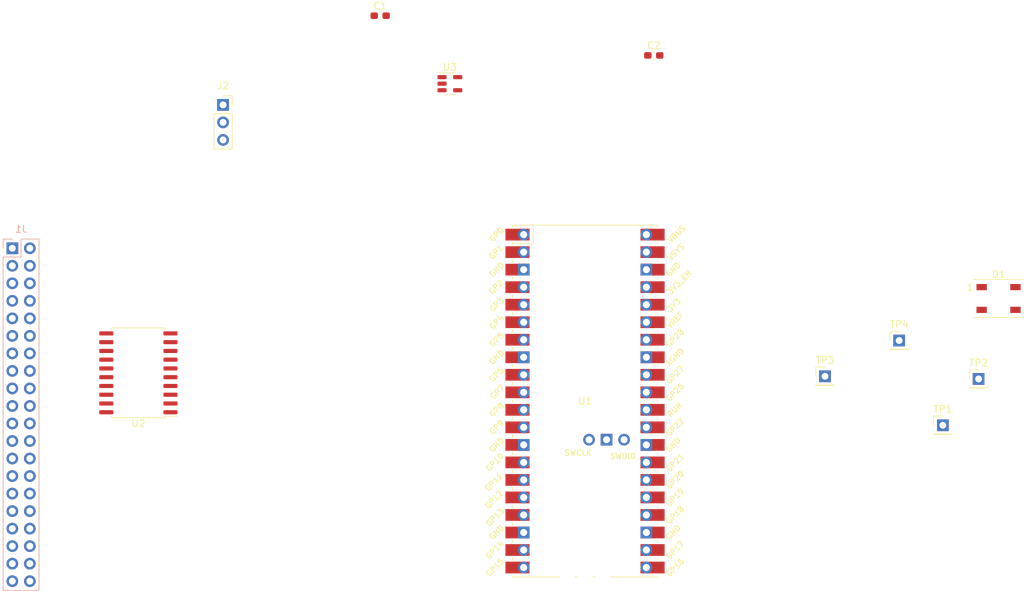
<source format=kicad_pcb>
(kicad_pcb (version 20211014) (generator pcbnew)
  (layers (0 "F.Cu" signal) (31 "B.Cu" signal) (34 "B.Paste" user) (35 "F.Paste" user) (36 "B.SilkS" user "B.Silkscreen") (37 "F.SilkS" user "F.Silkscreen") (38 "B.Mask" user) (39 "F.Mask" user) (44 "Edge.Cuts" user))
  (net 0 "")
  (net 1 "+3.3V")
  (net 2 "GND")
  (net 3 "+5V")
  (net 5 "Net-(D1-Pad4)")
  (net 6 "/D0")
  (net 7 "/D1")
  (net 9 "/D2")
  (net 10 "/RS")
  (net 11 "/D3")
  (net 12 "/WR")
  (net 13 "/D4")
  (net 14 "/RD")
  (net 15 "/D5")
  (net 16 "/D8")
  (net 17 "/D6")
  (net 18 "/D9")
  (net 19 "/D7")
  (net 20 "/D10")
  (net 21 "/TCLK")
  (net 22 "/D11")
  (net 23 "/TCS")
  (net 24 "/D12")
  (net 25 "/TDIN")
  (net 26 "/D13")
  (net 28 "/D14")
  (net 29 "/TDO")
  (net 30 "/D15")
  (net 31 "/TIRQ")
  (net 32 "/CS")
  (net 36 "/RST")
  (net 39 "/PWM")
  (net 43 "Net-(J2-Pad2)")
  (net 44 "Net-(TP1-Pad1)")
  (net 45 "Net-(TP2-Pad1)")
  (net 46 "Net-(TP3-Pad1)")
  (net 47 "Net-(TP4-Pad1)")
  (net 48 "Net-(U1-Pad11)")
  (net 49 "Net-(U1-Pad21)")
  (footprint "Capacitor_SMD:C_0603_1608Metric_Pad1.08x0.95mm_HandSolder" (layer "F.Cu") (at 83.357722 17.477293)
    (fp_text reference "C1" (at 0 -1.43) (layer "F.SilkS"))
    (fp_text value "100n")
    (fp_line (start -0.146267 -0.51) (end 0.146267 -0.51) (layer "F.SilkS") (width 0.12))
    (fp_line (start -0.146267 0.51) (end 0.146267 0.51) (layer "F.SilkS") (width 0.12))
    (pad "1" smd roundrect (at -0.8625 0) (size 1.075 0.95) (layers "F.Cu" "F.Paste" "F.Mask") (net 1 "+3.3V"))
    (pad "2" smd roundrect (at 0.8625 0) (size 1.075 0.95) (layers "F.Cu" "F.Paste" "F.Mask") (net 2 "GND"))
  )
  (footprint "Capacitor_SMD:C_0603_1608Metric_Pad1.08x0.95mm_HandSolder" (layer "F.Cu") (at 123.021648 23.234959)
    (fp_text reference "C2" (at 0 -1.43) (layer "F.SilkS"))
    (fp_text value "100n")
    (fp_line (start -0.146267 0.51) (end 0.146267 0.51) (layer "F.SilkS") (width 0.12))
    (fp_line (start -0.146267 -0.51) (end 0.146267 -0.51) (layer "F.SilkS") (width 0.12))
    (pad "1" smd roundrect (at -0.8625 0) (size 1.075 0.95) (layers "F.Cu" "F.Paste" "F.Mask") (net 3 "+5V"))
    (pad "2" smd roundrect (at 0.8625 0) (size 1.075 0.95) (layers "F.Cu" "F.Paste" "F.Mask") (net 2 "GND"))
  )
  (footprint "Connector_PinHeader_2.54mm:PinHeader_1x01_P2.54mm_Vertical" (layer "F.Cu") (at 164.924666 76.845233)
    (fp_text reference "TP1" (at 0 -2.33) (layer "F.SilkS"))
    (fp_text value "GP22")
    (fp_line (start -1.33 1.27) (end 1.33 1.27) (layer "F.SilkS") (width 0.12))
    (fp_line (start -1.33 1.33) (end 1.33 1.33) (layer "F.SilkS") (width 0.12))
    (fp_line (start 1.33 1.27) (end 1.33 1.33) (layer "F.SilkS") (width 0.12))
    (fp_line (start -1.33 0) (end -1.33 -1.33) (layer "F.SilkS") (width 0.12))
    (fp_line (start -1.33 1.27) (end -1.33 1.33) (layer "F.SilkS") (width 0.12))
    (fp_line (start -1.33 -1.33) (end 0 -1.33) (layer "F.SilkS") (width 0.12))
    (pad "1" thru_hole rect (at 0 0) (size 1.7 1.7) (drill 1) (layers *.Cu *.Mask) (net 44 "Net-(TP1-Pad1)"))
  )
  (footprint "LED_SMD:LED_WS2812B_PLCC4_5.0x5.0mm_P3.2mm" (layer "F.Cu") (at 172.998401 58.466013)
    (fp_text reference "D1" (at 0 -3.5) (layer "F.SilkS"))
    (fp_text value "WS2812B")
    (fp_text user "1" (at -4.15 -1.6) (layer "F.SilkS"))
    (fp_line (start -3.65 -2.75) (end 3.65 -2.75) (layer "F.SilkS") (width 0.12))
    (fp_line (start 3.65 2.75) (end 3.65 1.6) (layer "F.SilkS") (width 0.12))
    (fp_line (start -3.65 2.75) (end 3.65 2.75) (layer "F.SilkS") (width 0.12))
    (pad "1" smd rect (at -2.45 -1.65) (size 1.5 0.9) (layers "F.Cu" "F.Paste" "F.Mask") (net 3 "+5V"))
    (pad "2" smd rect (at -2.45 1.65) (size 1.5 0.9) (layers "F.Cu" "F.Paste" "F.Mask"))
    (pad "3" smd rect (at 2.45 1.65) (size 1.5 0.9) (layers "F.Cu" "F.Paste" "F.Mask") (net 2 "GND"))
    (pad "4" smd rect (at 2.45 -1.65) (size 1.5 0.9) (layers "F.Cu" "F.Paste" "F.Mask") (net 5 "Net-(D1-Pad4)"))
  )
  (footprint "Connector_PinHeader_2.54mm:PinHeader_1x01_P2.54mm_Vertical" (layer "F.Cu") (at 170.106566 70.127955)
    (fp_text reference "TP2" (at 0 -2.33) (layer "F.SilkS"))
    (fp_text value "GP26")
    (fp_line (start 1.33 1.27) (end 1.33 1.33) (layer "F.SilkS") (width 0.12))
    (fp_line (start -1.33 1.27) (end 1.33 1.27) (layer "F.SilkS") (width 0.12))
    (fp_line (start -1.33 -1.33) (end 0 -1.33) (layer "F.SilkS") (width 0.12))
    (fp_line (start -1.33 1.27) (end -1.33 1.33) (layer "F.SilkS") (width 0.12))
    (fp_line (start -1.33 0) (end -1.33 -1.33) (layer "F.SilkS") (width 0.12))
    (fp_line (start -1.33 1.33) (end 1.33 1.33) (layer "F.SilkS") (width 0.12))
    (pad "1" thru_hole rect (at 0 0) (size 1.7 1.7) (drill 1) (layers *.Cu *.Mask) (net 45 "Net-(TP2-Pad1)"))
  )
  (footprint "Package_TO_SOT_SMD:SOT-23-5" (layer "F.Cu") (at 93.465625 27.3293)
    (fp_text reference "U3" (at 0 -2.4) (layer "F.SilkS"))
    (fp_text value "74AHCT1G125")
    (fp_line (start 0 1.56) (end 0.8 1.56) (layer "F.SilkS") (width 0.12))
    (fp_line (start 0 -1.56) (end -1.8 -1.56) (layer "F.SilkS") (width 0.12))
    (fp_line (start 0 1.56) (end -0.8 1.56) (layer "F.SilkS") (width 0.12))
    (fp_line (start 0 -1.56) (end 0.8 -1.56) (layer "F.SilkS") (width 0.12))
    (pad "1" smd roundrect (at -1.1375 -0.95) (size 1.325 0.6) (layers "F.Cu" "F.Paste" "F.Mask") (net 2 "GND"))
    (pad "2" smd roundrect (at -1.1375 0) (size 1.325 0.6) (layers "F.Cu" "F.Paste" "F.Mask") (net 49 "Net-(U1-Pad21)"))
    (pad "3" smd roundrect (at -1.1375 0.95) (size 1.325 0.6) (layers "F.Cu" "F.Paste" "F.Mask") (net 2 "GND"))
    (pad "4" smd roundrect (at 1.1375 0.95) (size 1.325 0.6) (layers "F.Cu" "F.Paste" "F.Mask") (net 5 "Net-(D1-Pad4)"))
    (pad "5" smd roundrect (at 1.1375 -0.95) (size 1.325 0.6) (layers "F.Cu" "F.Paste" "F.Mask") (net 3 "+5V"))
  )
  (footprint "Package_SO:SOIC-20W_7.5x12.8mm_P1.27mm" (layer "F.Cu") (at 48.310592 69.242981 180)
    (fp_text reference "U2" (at 0 -7.35) (layer "F.SilkS"))
    (fp_text value "74HC573")
    (fp_line (start 0 -6.51) (end -3.86 -6.51) (layer "F.SilkS") (width 0.12))
    (fp_line (start -3.86 6.51) (end -3.86 6.275) (layer "F.SilkS") (width 0.12))
    (fp_line (start -3.86 -6.51) (end -3.86 -6.275) (layer "F.SilkS") (width 0.12))
    (fp_line (start 0 6.51) (end 3.86 6.51) (layer "F.SilkS") (width 0.12))
    (fp_line (start 3.86 6.51) (end 3.86 6.275) (layer "F.SilkS") (width 0.12))
    (fp_line (start 0 6.51) (end -3.86 6.51) (layer "F.SilkS") (width 0.12))
    (fp_line (start 3.86 -6.51) (end 3.86 -6.275) (layer "F.SilkS") (width 0.12))
    (fp_line (start 0 -6.51) (end 3.86 -6.51) (layer "F.SilkS") (width 0.12))
    (fp_line (start -3.86 -6.275) (end -5.675 -6.275) (layer "F.SilkS") (width 0.12))
    (pad "1" smd roundrect (at -4.65 -5.715 180) (size 2.05 0.6) (layers "F.Cu" "F.Paste" "F.Mask") (net 2 "GND"))
    (pad "2" smd roundrect (at -4.65 -4.445 180) (size 2.05 0.6) (layers "F.Cu" "F.Paste" "F.Mask") (net 30 "/D15"))
    (pad "3" smd roundrect (at -4.65 -3.175 180) (size 2.05 0.6) (layers "F.Cu" "F.Paste" "F.Mask") (net 28 "/D14"))
    (pad "4" smd roundrect (at -4.65 -1.905 180) (size 2.05 0.6) (layers "F.Cu" "F.Paste" "F.Mask") (net 26 "/D13"))
    (pad "5" smd roundrect (at -4.65 -0.635 180) (size 2.05 0.6) (layers "F.Cu" "F.Paste" "F.Mask") (net 24 "/D12"))
    (pad "6" smd roundrect (at -4.65 0.635 180) (size 2.05 0.6) (layers "F.Cu" "F.Paste" "F.Mask") (net 22 "/D11"))
    (pad "7" smd roundrect (at -4.65 1.905 180) (size 2.05 0.6) (layers "F.Cu" "F.Paste" "F.Mask") (net 20 "/D10"))
    (pad "8" smd roundrect (at -4.65 3.175 180) (size 2.05 0.6) (layers "F.Cu" "F.Paste" "F.Mask") (net 18 "/D9"))
    (pad "9" smd roundrect (at -4.65 4.445 180) (size 2.05 0.6) (layers "F.Cu" "F.Paste" "F.Mask") (net 16 "/D8"))
    (pad "10" smd roundrect (at -4.65 5.715 180) (size 2.05 0.6) (layers "F.Cu" "F.Paste" "F.Mask") (net 2 "GND"))
    (pad "11" smd roundrect (at 4.65 5.715 180) (size 2.05 0.6) (layers "F.Cu" "F.Paste" "F.Mask") (net 48 "Net-(U1-Pad11)"))
    (pad "12" smd roundrect (at 4.65 4.445 180) (size 2.05 0.6) (layers "F.Cu" "F.Paste" "F.Mask") (net 6 "/D0"))
    (pad "13" smd roundrect (at 4.65 3.175 180) (size 2.05 0.6) (layers "F.Cu" "F.Paste" "F.Mask") (net 7 "/D1"))
    (pad "14" smd roundrect (at 4.65 1.905 180) (size 2.05 0.6) (layers "F.Cu" "F.Paste" "F.Mask") (net 9 "/D2"))
    (pad "15" smd roundrect (at 4.65 0.635 180) (size 2.05 0.6) (layers "F.Cu" "F.Paste" "F.Mask") (net 11 "/D3"))
    (pad "16" smd roundrect (at 4.65 -0.635 180) (size 2.05 0.6) (layers "F.Cu" "F.Paste" "F.Mask") (net 13 "/D4"))
    (pad "17" smd roundrect (at 4.65 -1.905 180) (size 2.05 0.6) (layers "F.Cu" "F.Paste" "F.Mask") (net 15 "/D5"))
    (pad "18" smd roundrect (at 4.65 -3.175 180) (size 2.05 0.6) (layers "F.Cu" "F.Paste" "F.Mask") (net 17 "/D6"))
    (pad "19" smd roundrect (at 4.65 -4.445 180) (size 2.05 0.6) (layers "F.Cu" "F.Paste" "F.Mask") (net 19 "/D7"))
    (pad "20" smd roundrect (at 4.65 -5.715 180) (size 2.05 0.6) (layers "F.Cu" "F.Paste" "F.Mask") (net 1 "+3.3V"))
  )
  (footprint "RaspberryPI PicoW:RPi_PicoW_SMD_TH" (layer "F.Cu") (at 113.052354 73.337321)
    (fp_text reference "U1" (at 0 0) (layer "F.SilkS"))
    (fp_text value "PicoW")
    (fp_text user "GP3" (at -12.8 -13.97 45) (layer "F.SilkS") (effects (font (size 0.8 0.8))))
    (fp_text user "GP28" (at 13.054 -9.144 45) (layer "F.SilkS") (effects (font (size 0.8 0.8))))
    (fp_text user "3V3" (at 12.9 -13.9 45) (layer "F.SilkS") (effects (font (size 0.8 0.8))))
    (fp_text user "GP10" (at -13.054 8.89 45) (layer "F.SilkS") (effects (font (size 0.8 0.8))))
    (fp_text user "RUN" (at 13 1.27 45) (layer "F.SilkS") (effects (font (size 0.8 0.8))))
    (fp_text user "3V3_EN" (at 13.7 -17.2 45) (layer "F.SilkS") (effects (font (size 0.8 0.8))))
    (fp_text user "GP22" (at 13.054 3.81 45) (layer "F.SilkS") (effects (font (size 0.8 0.8))))
    (fp_text user "GND" (at -12.8 -6.35 45) (layer "F.SilkS") (effects (font (size 0.8 0.8))))
    (fp_text user "GP2" (at -12.9 -16.51 45) (layer "F.SilkS") (effects (font (size 0.8 0.8))))
    (fp_text user "GP4" (at -12.8 -11.43 45) (layer "F.SilkS") (effects (font (size 0.8 0.8))))
    (fp_text user "GND" (at -12.8 6.35 45) (layer "F.SilkS") (effects (font (size 0.8 0.8))))
    (fp_text user "GP27" (at 13.054 -3.8 45) (layer "F.SilkS") (effects (font (size 0.8 0.8))))
    (fp_text user "GND" (at 12.8 6.35 45) (layer "F.SilkS") (effects (font (size 0.8 0.8))))
    (fp_text user "GP9" (at -12.8 3.81 45) (layer "F.SilkS") (effects (font (size 0.8 0.8))))
    (fp_text user "GP17" (at 13.054 21.59 45) (layer "F.SilkS") (effects (font (size 0.8 0.8))))
    (fp_text user "GP11" (at -13.2 11.7525 45) (layer "F.SilkS") (effects (font (size 0.8 0.8))))
    (fp_text user "GP19" (at 13.054 13.97 45) (layer "F.SilkS") (effects (font (size 0.8 0.8))))
    (fp_text user "GP7" (at -12.7 -1.3 45) (layer "F.SilkS") (effects (font (size 0.8 0.8))))
    (fp_text user "GND" (at -12.8 -19.05 45) (layer "F.SilkS") (effects (font (size 0.8 0.8))))
    (fp_text user "GP21" (at 13.054 8.9 45) (layer "F.SilkS") (effects (font (size 0.8 0.8))))
    (fp_text user "GP15" (at -13.054 24.13 45) (layer "F.SilkS") (effects (font (size 0.8 0.8))))
    (fp_text user "GP20" (at 13.054 11.43 45) (layer "F.SilkS") (effects (font (size 0.8 0.8))))
    (fp_text user "GND" (at 12.8 -19.05 45) (layer "F.SilkS") (effects (font (size 0.8 0.8))))
    (fp_text user "GP1" (at -12.9 -21.6 45) (layer "F.SilkS") (effects (font (size 0.8 0.8))))
    (fp_text user "GP12" (at -13.2 14.2925 45) (layer "F.SilkS") (effects (font (size 0.8 0.8))))
    (fp_text user "VREF" (at 13.0675 -11.7425 45) (layer "F.SilkS") (effects (font (size 0.8 0.8))))
    (fp_text user "SWDIO" (at 5.5 8) (layer "F.SilkS") (effects (font (size 0.8 0.8))))
    (fp_text user "VBUS" (at 13.3 -24.2 45) (layer "F.SilkS") (effects (font (size 0.8 0.8))))
    (fp_text user "GP16" (at 13.054 24.13 45) (layer "F.SilkS") (effects (font (size 0.8 0.8))))
    (fp_text user "GP0" (at -12.8 -24.13 45) (layer "F.SilkS") (effects (font (size 0.8 0.8))))
    (fp_text user "GP14" (at -13.1 21.59 45) (layer "F.SilkS") (effects (font (size 0.8 0.8))))
    (fp_text user "AGND" (at 13.054 -6.35 45) (layer "F.SilkS") (effects (font (size 0.8 0.8))))
    (fp_text user "GP8" (at -12.8 1.27 45) (layer "F.SilkS") (effects (font (size 0.8 0.8))))
    (fp_text user "GP18" (at 13.054 16.51 45) (layer "F.SilkS") (effects (font (size 0.8 0.8))))
    (fp_text user "GP13" (at -13.054 16.8325 45) (layer "F.SilkS") (effects (font (size 0.8 0.8))))
    (fp_text user "SWCLK" (at -1 7.5) (layer "F.SilkS") (effects (font (size 0.8 0.8))))
    (fp_text user "GP26" (at 13.054 -1.27 45) (layer "F.SilkS") (effects (font (size 0.8 0.8))))
    (fp_text user "GP5" (at -12.8 -8.89 45) (layer "F.SilkS") (effects (font (size 0.8 0.8))))
    (fp_text user "GND" (at 12.8 19.05 45) (layer "F.SilkS") (effects (font (size 0.8 0.8))))
    (fp_text user "GND" (at -12.8 19.05 45) (layer "F.SilkS") (effects (font (size 0.8 0.8))))
    (fp_text user "VSYS" (at 13.2 -21.59 45) (layer "F.SilkS") (effects (font (size 0.8 0.8))))
    (fp_text user "GP6" (at -12.8 -3.81 45) (layer "F.SilkS") (effects (font (size 0.8 0.8))))
    (fp_line (start -10.5 -2.7) (end -10.5 -2.3) (layer "F.SilkS") (width 0.12))
    (fp_line (start 10.5 -2.7) (end 10.5 -2.3) (layer "F.SilkS") (width 0.12))
    (fp_line (start -3.7 25.5) (end -10.5 25.5) (layer "F.SilkS") (width 0.12))
    (fp_line (start 10.5 22.7) (end 10.5 23.1) (layer "F.SilkS") (width 0.12))
    (fp_line (start -10.5 2.3) (end -10.5 2.7) (layer "F.SilkS") (width 0.12))
    (fp_line (start 1.1 25.5) (end 1.5 25.5) (layer "F.SilkS") (width 0.12))
    (fp_line (start 10.5 -7.8) (end 10.5 -7.4) (layer "F.SilkS") (width 0.12))
    (fp_line (start 10.5 20.1) (end 10.5 20.5) (layer "F.SilkS") (width 0.12))
    (fp_line (start 10.5 -23.1) (end 10.5 -22.7) (layer "F.SilkS") (width 0.12))
    (fp_line (start -7.493 -22.833) (end -7.493 -25.5) (layer "F.SilkS") (width 0.12))
    (fp_line (start -10.5 -20.5) (end -10.5 -20.1) (layer "F.SilkS") (width 0.12))
    (fp_line (start 10.5 15.1) (end 10.5 15.5) (layer "F.SilkS") (width 0.12))
    (fp_line (start -10.5 -22.833) (end -7.493 -22.833) (layer "F.SilkS") (width 0.12))
    (fp_line (start 10.5 2.3) (end 10.5 2.7) (layer "F.SilkS") (width 0.12))
    (fp_line (start -10.5 -5.3) (end -10.5 -4.9) (layer "F.SilkS") (width 0.12))
    (fp_line (start 10.5 -20.5) (end 10.5 -20.1) (layer "F.SilkS") (width 0.12))
    (fp_line (start -10.5 -0.2) (end -10.5 0.2) (layer "F.SilkS") (width 0.12))
    (fp_line (start -10.5 22.7) (end -10.5 23.1) (layer "F.SilkS") (width 0.12))
    (fp_line (start -10.5 7.4) (end -10.5 7.8) (layer "F.SilkS") (width 0.12))
    (fp_line (start -10.5 -15.4) (end -10.5 -15) (layer "F.SilkS") (width 0.12))
    (fp_line (start -10.5 17.6) (end -10.5 18) (layer "F.SilkS") (width 0.12))
    (fp_line (start 10.5 25.5) (end 3.7 25.5) (layer "F.SilkS") (width 0.12))
    (fp_line (start -10.5 20.1) (end -10.5 20.5) (layer "F.SilkS") (width 0.12))
    (fp_line (start 10.5 10) (end 10.5 10.4) (layer "F.SilkS") (width 0.12))
    (fp_line (start -10.5 -10.4) (end -10.5 -10) (layer "F.SilkS") (width 0.12))
    (fp_line (start -10.5 -18) (end -10.5 -17.6) (layer "F.SilkS") (width 0.12))
    (fp_line (start 10.5 -18) (end 10.5 -17.6) (layer "F.SilkS") (width 0.12))
    (fp_line (start 10.5 7.4) (end 10.5 7.8) (layer "F.SilkS") (width 0.12))
    (fp_line (start 10.5 -5.3) (end 10.5 -4.9) (layer "F.SilkS") (width 0.12))
    (fp_line (start -10.5 10) (end -10.5 10.4) (layer "F.SilkS") (width 0.12))
    (fp_line (start 10.5 -0.2) (end 10.5 0.2) (layer "F.SilkS") (width 0.12))
    (fp_line (start 10.5 12.5) (end 10.5 12.9) (layer "F.SilkS") (width 0.12))
    (fp_line (start 10.5 17.6) (end 10.5 18) (layer "F.SilkS") (width 0.12))
    (fp_line (start -10.5 -25.5) (end -10.5 -25.2) (layer "F.SilkS") (width 0.12))
    (fp_line (start 10.5 -25.5) (end 10.5 -25.2) (layer "F.SilkS") (width 0.12))
    (fp_line (start -10.5 15.1) (end -10.5 15.5) (layer "F.SilkS") (width 0.12))
    (fp_line (start -1.5 25.5) (end -1.1 25.5) (layer "F.SilkS") (width 0.12))
    (fp_line (start -10.5 -23.1) (end -10.5 -22.7) (layer "F.SilkS") (width 0.12))
    (fp_line (start -10.5 -7.8) (end -10.5 -7.4) (layer "F.SilkS") (width 0.12))
    (fp_line (start 10.5 -10.4) (end 10.5 -10) (layer "F.SilkS") (width 0.12))
    (fp_line (start -10.5 -25.5) (end 10.5 -25.5) (layer "F.SilkS") (width 0.12))
    (fp_line (start 10.5 -12.9) (end 10.5 -12.5) (layer "F.SilkS") (width 0.12))
    (fp_line (start -10.5 12.5) (end -10.5 12.9) (layer "F.SilkS") (width 0.12))
    (fp_line (start -10.5 -12.9) (end -10.5 -12.5) (layer "F.SilkS") (width 0.12))
    (fp_line (start 10.5 4.9) (end 10.5 5.3) (layer "F.SilkS") (width 0.12))
    (fp_line (start -10.5 4.9) (end -10.5 5.3) (layer "F.SilkS") (width 0.12))
    (fp_line (start 10.5 -15.4) (end 10.5 -15) (layer "F.SilkS") (width 0.12))
    (pad "" np_thru_hole oval (at 2.425 -20.97) (size 1.5 1.5) (drill 1.5) (layers *.Cu *.Mask))
    (pad "" np_thru_hole oval (at 2.725 -24) (size 1.8 1.8) (drill 1.8) (layers *.Cu *.Mask))
    (pad "" np_thru_hole oval (at -2.725 -24) (size 1.8 1.8) (drill 1.8) (layers *.Cu *.Mask))
    (pad "" np_thru_hole oval (at -2.425 -20.97) (size 1.5 1.5) (drill 1.5) (layers *.Cu *.Mask))
    (pad "1" thru_hole oval (at -8.89 -24.13) (size 1.7 1.7) (drill 1.02) (layers *.Cu *.Mask) (net 16 "/D8"))
    (pad "1" smd rect (at -8.89 -24.13) (size 3.5 1.7) (drill (offset -0.9 0)) (layers "F.Cu" "F.Mask") (net 16 "/D8"))
    (pad "2" smd rect (at -8.89 -21.59) (size 3.5 1.7) (drill (offset -0.9 0)) (layers "F.Cu" "F.Mask") (net 18 "/D9"))
    (pad "2" thru_hole oval (at -8.89 -21.59) (size 1.7 1.7) (drill 1.02) (layers *.Cu *.Mask) (net 18 "/D9"))
    (pad "3" thru_hole rect (at -8.89 -19.05) (size 1.7 1.7) (drill 1.02) (layers *.Cu *.Mask) (net 2 "GND"))
    (pad "3" smd rect (at -8.89 -19.05) (size 3.5 1.7) (drill (offset -0.9 0)) (layers "F.Cu" "F.Mask") (net 2 "GND"))
    (pad "4" thru_hole oval (at -8.89 -16.51) (size 1.7 1.7) (drill 1.02) (layers *.Cu *.Mask) (net 20 "/D10"))
    (pad "4" smd rect (at -8.89 -16.51) (size 3.5 1.7) (drill (offset -0.9 0)) (layers "F.Cu" "F.Mask") (net 20 "/D10"))
    (pad "5" smd rect (at -8.89 -13.97) (size 3.5 1.7) (drill (offset -0.9 0)) (layers "F.Cu" "F.Mask") (net 22 "/D11"))
    (pad "5" thru_hole oval (at -8.89 -13.97) (size 1.7 1.7) (drill 1.02) (layers *.Cu *.Mask) (net 22 "/D11"))
    (pad "6" smd rect (at -8.89 -11.43) (size 3.5 1.7) (drill (offset -0.9 0)) (layers "F.Cu" "F.Mask") (net 24 "/D12"))
    (pad "6" thru_hole oval (at -8.89 -11.43) (size 1.7 1.7) (drill 1.02) (layers *.Cu *.Mask) (net 24 "/D12"))
    (pad "7" thru_hole oval (at -8.89 -8.89) (size 1.7 1.7) (drill 1.02) (layers *.Cu *.Mask) (net 26 "/D13"))
    (pad "7" smd rect (at -8.89 -8.89) (size 3.5 1.7) (drill (offset -0.9 0)) (layers "F.Cu" "F.Mask") (net 26 "/D13"))
    (pad "8" thru_hole rect (at -8.89 -6.35) (size 1.7 1.7) (drill 1.02) (layers *.Cu *.Mask) (net 2 "GND"))
    (pad "8" smd rect (at -8.89 -6.35) (size 3.5 1.7) (drill (offset -0.9 0)) (layers "F.Cu" "F.Mask") (net 2 "GND"))
    (pad "9" smd rect (at -8.89 -3.81) (size 3.5 1.7) (drill (offset -0.9 0)) (layers "F.Cu" "F.Mask") (net 28 "/D14"))
    (pad "9" thru_hole oval (at -8.89 -3.81) (size 1.7 1.7) (drill 1.02) (layers *.Cu *.Mask) (net 28 "/D14"))
    (pad "10" thru_hole oval (at -8.89 -1.27) (size 1.7 1.7) (drill 1.02) (layers *.Cu *.Mask) (net 30 "/D15"))
    (pad "10" smd rect (at -8.89 -1.27) (size 3.5 1.7) (drill (offset -0.9 0)) (layers "F.Cu" "F.Mask") (net 30 "/D15"))
    (pad "11" thru_hole oval (at -8.89 1.27) (size 1.7 1.7) (drill 1.02) (layers *.Cu *.Mask) (net 48 "Net-(U1-Pad11)"))
    (pad "11" smd rect (at -8.89 1.27) (size 3.5 1.7) (drill (offset -0.9 0)) (layers "F.Cu" "F.Mask") (net 48 "Net-(U1-Pad11)"))
    (pad "12" thru_hole oval (at -8.89 3.81) (size 1.7 1.7) (drill 1.02) (layers *.Cu *.Mask) (net 14 "/RD"))
    (pad "12" smd rect (at -8.89 3.81) (size 3.5 1.7) (drill (offset -0.9 0)) (layers "F.Cu" "F.Mask") (net 14 "/RD"))
    (pad "13" smd rect (at -8.89 6.35) (size 3.5 1.7) (drill (offset -0.9 0)) (layers "F.Cu" "F.Mask") (net 2 "GND"))
    (pad "13" thru_hole rect (at -8.89 6.35) (size 1.7 1.7) (drill 1.02) (layers *.Cu *.Mask) (net 2 "GND"))
    (pad "14" smd rect (at -8.89 8.89) (size 3.5 1.7) (drill (offset -0.9 0)) (layers "F.Cu" "F.Mask") (net 12 "/WR"))
    (pad "14" thru_hole oval (at -8.89 8.89) (size 1.7 1.7) (drill 1.02) (layers *.Cu *.Mask) (net 12 "/WR"))
    (pad "15" smd rect (at -8.89 11.43) (size 3.5 1.7) (drill (offset -0.9 0)) (layers "F.Cu" "F.Mask") (net 10 "/RS"))
    (pad "15" thru_hole oval (at -8.89 11.43) (size 1.7 1.7) (drill 1.02) (layers *.Cu *.Mask) (net 10 "/RS"))
    (pad "16" thru_hole oval (at -8.89 13.97) (size 1.7 1.7) (drill 1.02) (layers *.Cu *.Mask) (net 32 "/CS"))
    (pad "16" smd rect (at -8.89 13.97) (size 3.5 1.7) (drill (offset -0.9 0)) (layers "F.Cu" "F.Mask") (net 32 "/CS"))
    (pad "17" smd rect (at -8.89 16.51) (size 3.5 1.7) (drill (offset -0.9 0)) (layers "F.Cu" "F.Mask") (net 36 "/RST"))
    (pad "17" thru_hole oval (at -8.89 16.51) (size 1.7 1.7) (drill 1.02) (layers *.Cu *.Mask) (net 36 "/RST"))
    (pad "18" thru_hole rect (at -8.89 19.05) (size 1.7 1.7) (drill 1.02) (layers *.Cu *.Mask) (net 2 "GND"))
    (pad "18" smd rect (at -8.89 19.05) (size 3.5 1.7) (drill (offset -0.9 0)) (layers "F.Cu" "F.Mask") (net 2 "GND"))
    (pad "19" smd rect (at -8.89 21.59) (size 3.5 1.7) (drill (offset -0.9 0)) (layers "F.Cu" "F.Mask") (net 39 "/PWM"))
    (pad "19" thru_hole oval (at -8.89 21.59) (size 1.7 1.7) (drill 1.02) (layers *.Cu *.Mask) (net 39 "/PWM"))
    (pad "20" thru_hole oval (at -8.89 24.13) (size 1.7 1.7) (drill 1.02) (layers *.Cu *.Mask) (net 43 "Net-(J2-Pad2)"))
    (pad "20" smd rect (at -8.89 24.13) (size 3.5 1.7) (drill (offset -0.9 0)) (layers "F.Cu" "F.Mask") (net 43 "Net-(J2-Pad2)"))
    (pad "21" thru_hole oval (at 8.89 24.13) (size 1.7 1.7) (drill 1.02) (layers *.Cu *.Mask) (net 49 "Net-(U1-Pad21)"))
    (pad "21" smd rect (at 8.89 24.13) (size 3.5 1.7) (drill (offset 0.9 0)) (layers "F.Cu" "F.Mask") (net 49 "Net-(U1-Pad21)"))
    (pad "22" thru_hole oval (at 8.89 21.59) (size 1.7 1.7) (drill 1.02) (layers *.Cu *.Mask) (net 31 "/TIRQ"))
    (pad "22" smd rect (at 8.89 21.59) (size 3.5 1.7) (drill (offset 0.9 0)) (layers "F.Cu" "F.Mask") (net 31 "/TIRQ"))
    (pad "23" smd rect (at 8.89 19.05) (size 3.5 1.7) (drill (offset 0.9 0)) (layers "F.Cu" "F.Mask") (net 2 "GND"))
    (pad "23" thru_hole rect (at 8.89 19.05) (size 1.7 1.7) (drill 1.02) (layers *.Cu *.Mask) (net 2 "GND"))
    (pad "24" thru_hole oval (at 8.89 16.51) (size 1.7 1.7) (drill 1.02) (layers *.Cu *.Mask) (net 21 "/TCLK"))
    (pad "24" smd rect (at 8.89 16.51) (size 3.5 1.7) (drill (offset 0.9 0)) (layers "F.Cu" "F.Mask") (net 21 "/TCLK"))
    (pad "25" smd rect (at 8.89 13.97) (size 3.5 1.7) (drill (offset 0.9 0)) (layers "F.Cu" "F.Mask") (net 25 "/TDIN"))
    (pad "25" thru_hole oval (at 8.89 13.97) (size 1.7 1.7) (drill 1.02) (layers *.Cu *.Mask) (net 25 "/TDIN"))
    (pad "26" smd rect (at 8.89 11.43) (size 3.5 1.7) (drill (offset 0.9 0)) (layers "F.Cu" "F.Mask") (net 29 "/TDO"))
    (pad "26" thru_hole oval (at 8.89 11.43) (size 1.7 1.7) (drill 1.02) (layers *.Cu *.Mask) (net 29 "/TDO"))
    (pad "27" smd rect (at 8.89 8.89) (size 3.5 1.7) (drill (offset 0.9 0)) (layers "F.Cu" "F.Mask") (net 23 "/TCS"))
    (pad "27" thru_hole oval (at 8.89 8.89) (size 1.7 1.7) (drill 1.02) (layers *.Cu *.Mask) (net 23 "/TCS"))
    (pad "28" smd rect (at 8.89 6.35) (size 3.5 1.7) (drill (offset 0.9 0)) (layers "F.Cu" "F.Mask") (net 2 "GND"))
    (pad "28" thru_hole rect (at 8.89 6.35) (size 1.7 1.7) (drill 1.02) (layers *.Cu *.Mask) (net 2 "GND"))
    (pad "29" thru_hole oval (at 8.89 3.81) (size 1.7 1.7) (drill 1.02) (layers *.Cu *.Mask) (net 44 "Net-(TP1-Pad1)"))
    (pad "29" smd rect (at 8.89 3.81) (size 3.5 1.7) (drill (offset 0.9 0)) (layers "F.Cu" "F.Mask") (net 44 "Net-(TP1-Pad1)"))
    (pad "30" smd rect (at 8.89 1.27) (size 3.5 1.7) (drill (offset 0.9 0)) (layers "F.Cu" "F.Mask"))
    (pad "30" thru_hole oval (at 8.89 1.27) (size 1.7 1.7) (drill 1.02) (layers *.Cu *.Mask))
    (pad "31" thru_hole oval (at 8.89 -1.27) (size 1.7 1.7) (drill 1.02) (layers *.Cu *.Mask) (net 45 "Net-(TP2-Pad1)"))
    (pad "31" smd rect (at 8.89 -1.27) (size 3.5 1.7) (drill (offset 0.9 0)) (layers "F.Cu" "F.Mask") (net 45 "Net-(TP2-Pad1)"))
    (pad "32" thru_hole oval (at 8.89 -3.81) (size 1.7 1.7) (drill 1.02) (layers *.Cu *.Mask) (net 46 "Net-(TP3-Pad1)"))
    (pad "32" smd rect (at 8.89 -3.81) (size 3.5 1.7) (drill (offset 0.9 0)) (layers "F.Cu" "F.Mask") (net 46 "Net-(TP3-Pad1)"))
    (pad "33" thru_hole rect (at 8.89 -6.35) (size 1.7 1.7) (drill 1.02) (layers *.Cu *.Mask) (net 2 "GND"))
    (pad "33" smd rect (at 8.89 -6.35) (size 3.5 1.7) (drill (offset 0.9 0)) (layers "F.Cu" "F.Mask") (net 2 "GND"))
    (pad "34" thru_hole oval (at 8.89 -8.89) (size 1.7 1.7) (drill 1.02) (layers *.Cu *.Mask) (net 47 "Net-(TP4-Pad1)"))
    (pad "34" smd rect (at 8.89 -8.89) (size 3.5 1.7) (drill (offset 0.9 0)) (layers "F.Cu" "F.Mask") (net 47 "Net-(TP4-Pad1)"))
    (pad "35" thru_hole oval (at 8.89 -11.43) (size 1.7 1.7) (drill 1.02) (layers *.Cu *.Mask))
    (pad "35" smd rect (at 8.89 -11.43) (size 3.5 1.7) (drill (offset 0.9 0)) (layers "F.Cu" "F.Mask"))
    (pad "36" smd rect (at 8.89 -13.97) (size 3.5 1.7) (drill (offset 0.9 0)) (layers "F.Cu" "F.Mask") (net 1 "+3.3V"))
    (pad "36" thru_hole oval (at 8.89 -13.97) (size 1.7 1.7) (drill 1.02) (layers *.Cu *.Mask) (net 1 "+3.3V"))
    (pad "37" thru_hole oval (at 8.89 -16.51) (size 1.7 1.7) (drill 1.02) (layers *.Cu *.Mask))
    (pad "37" smd rect (at 8.89 -16.51) (size 3.5 1.7) (drill (offset 0.9 0)) (layers "F.Cu" "F.Mask"))
    (pad "38" smd rect (at 8.89 -19.05) (size 3.5 1.7) (drill (offset 0.9 0)) (layers "F.Cu" "F.Mask") (net 2 "GND"))
    (pad "38" thru_hole rect (at 8.89 -19.05) (size 1.7 1.7) (drill 1.02) (layers *.Cu *.Mask) (net 2 "GND"))
    (pad "39" thru_hole oval (at 8.89 -21.59) (size 1.7 1.7) (drill 1.02) (layers *.Cu *.Mask))
    (pad "39" smd rect (at 8.89 -21.59) (size 3.5 1.7) (drill (offset 0.9 0)) (layers "F.Cu" "F.Mask"))
    (pad "40" smd rect (at 8.89 -24.13) (size 3.5 1.7) (drill (offset 0.9 0)) (layers "F.Cu" "F.Mask") (net 3 "+5V"))
    (pad "40" thru_hole oval (at 8.89 -24.13) (size 1.7 1.7) (drill 1.02) (layers *.Cu *.Mask) (net 3 "+5V"))
    (pad "41" thru_hole oval (at 0.5841 5.6) (size 1.7 1.7) (drill 1.02) (layers *.Cu *.Mask))
    (pad "42" thru_hole rect (at 3.1241 5.6) (size 1.7 1.7) (drill 1.02) (layers *.Cu *.Mask))
    (pad "43" thru_hole oval (at 5.6641 5.6) (size 1.7 1.7) (drill 1.02) (layers *.Cu *.Mask))
  )
  (footprint "Connector_PinSocket_2.54mm:PinSocket_1x03_P2.54mm_Vertical" (layer "F.Cu") (at 60.582952 30.400056)
    (fp_text reference "J2" (at 0 -2.77) (layer "F.SilkS"))
    (fp_text value "PIR")
    (fp_line (start 0 -1.33) (end 1.33 -1.33) (layer "F.SilkS") (width 0.12))
    (fp_line (start 1.33 -1.33) (end 1.33 0) (layer "F.SilkS") (width 0.12))
    (fp_line (start -1.33 1.27) (end -1.33 6.41) (layer "F.SilkS") (width 0.12))
    (fp_line (start -1.33 1.27) (end 1.33 1.27) (layer "F.SilkS") (width 0.12))
    (fp_line (start -1.33 6.41) (end 1.33 6.41) (layer "F.SilkS") (width 0.12))
    (fp_line (start 1.33 1.27) (end 1.33 6.41) (layer "F.SilkS") (width 0.12))
    (pad "1" thru_hole rect (at 0 0) (size 1.7 1.7) (drill 1) (layers *.Cu *.Mask) (net 1 "+3.3V"))
    (pad "2" thru_hole oval (at 0 2.54) (size 1.7 1.7) (drill 1) (layers *.Cu *.Mask) (net 43 "Net-(J2-Pad2)"))
    (pad "3" thru_hole oval (at 0 5.08) (size 1.7 1.7) (drill 1) (layers *.Cu *.Mask) (net 2 "GND"))
  )
  (footprint "Connector_PinHeader_2.54mm:PinHeader_1x01_P2.54mm_Vertical" (layer "F.Cu") (at 158.591233 64.562211)
    (fp_text reference "TP4" (at 0 -2.33) (layer "F.SilkS"))
    (fp_text value "GP28")
    (fp_line (start -1.33 1.33) (end 1.33 1.33) (layer "F.SilkS") (width 0.12))
    (fp_line (start -1.33 0) (end -1.33 -1.33) (layer "F.SilkS") (width 0.12))
    (fp_line (start 1.33 1.27) (end 1.33 1.33) (layer "F.SilkS") (width 0.12))
    (fp_line (start -1.33 1.27) (end -1.33 1.33) (layer "F.SilkS") (width 0.12))
    (fp_line (start -1.33 -1.33) (end 0 -1.33) (layer "F.SilkS") (width 0.12))
    (fp_line (start -1.33 1.27) (end 1.33 1.27) (layer "F.SilkS") (width 0.12))
    (pad "1" thru_hole rect (at 0 0) (size 1.7 1.7) (drill 1) (layers *.Cu *.Mask) (net 47 "Net-(TP4-Pad1)"))
  )
  (footprint "Connector_PinHeader_2.54mm:PinHeader_1x01_P2.54mm_Vertical" (layer "F.Cu") (at 147.843588 69.744111)
    (fp_text reference "TP3" (at 0 -2.33) (layer "F.SilkS"))
    (fp_text value "GP27")
    (fp_line (start -1.33 1.27) (end 1.33 1.27) (layer "F.SilkS") (width 0.12))
    (fp_line (start -1.33 1.33) (end 1.33 1.33) (layer "F.SilkS") (width 0.12))
    (fp_line (start -1.33 -1.33) (end 0 -1.33) (layer "F.SilkS") (width 0.12))
    (fp_line (start -1.33 1.27) (end -1.33 1.33) (layer "F.SilkS") (width 0.12))
    (fp_line (start 1.33 1.27) (end 1.33 1.33) (layer "F.SilkS") (width 0.12))
    (fp_line (start -1.33 0) (end -1.33 -1.33) (layer "F.SilkS") (width 0.12))
    (pad "1" thru_hole rect (at 0 0) (size 1.7 1.7) (drill 1) (layers *.Cu *.Mask) (net 46 "Net-(TP3-Pad1)"))
  )
  (footprint "Connector_PinSocket_2.54mm:PinSocket_2x20_P2.54mm_Vertical" (layer "B.Cu") (at 30.034139 51.186998 180)
    (fp_text reference "J1" (at -1.27 2.77) (layer "B.SilkS") (effects (justify mirror)))
    (fp_text value "TFT")
    (fp_line (start -3.87 1.33) (end -3.87 -49.59) (layer "B.SilkS") (width 0.12))
    (fp_line (start 1.33 -1.27) (end 1.33 -49.59) (layer "B.SilkS") (width 0.12))
    (fp_line (start 0 1.33) (end 1.33 1.33) (layer "B.SilkS") (width 0.12))
    (fp_line (start -1.27 1.33) (end -1.27 -1.27) (layer "B.SilkS") (width 0.12))
    (fp_line (start -1.27 -1.27) (end 1.33 -1.27) (layer "B.SilkS") (width 0.12))
    (fp_line (start -3.87 -49.59) (end 1.33 -49.59) (layer "B.SilkS") (width 0.12))
    (fp_line (start 1.33 1.33) (end 1.33 0) (layer "B.SilkS") (width 0.12))
    (fp_line (start -3.87 1.33) (end -1.27 1.33) (layer "B.SilkS") (width 0.12))
    (pad "1" thru_hole rect (at 0 0 180) (size 1.7 1.7) (drill 1) (layers *.Cu *.Mask) (net 2 "GND"))
    (pad "2" thru_hole oval (at -2.54 0 180) (size 1.7 1.7) (drill 1) (layers *.Cu *.Mask) (net 6 "/D0"))
    (pad "3" thru_hole oval (at 0 -2.54 180) (size 1.7 1.7) (drill 1) (layers *.Cu *.Mask) (net 1 "+3.3V"))
    (pad "4" thru_hole oval (at -2.54 -2.54 180) (size 1.7 1.7) (drill 1) (layers *.Cu *.Mask) (net 7 "/D1"))
    (pad "5" thru_hole oval (at 0 -5.08 180) (size 1.7 1.7) (drill 1) (layers *.Cu *.Mask))
    (pad "6" thru_hole oval (at -2.54 -5.08 180) (size 1.7 1.7) (drill 1) (layers *.Cu *.Mask) (net 9 "/D2"))
    (pad "7" thru_hole oval (at 0 -7.62 180) (size 1.7 1.7) (drill 1) (layers *.Cu *.Mask) (net 10 "/RS"))
    (pad "8" thru_hole oval (at -2.54 -7.62 180) (size 1.7 1.7) (drill 1) (layers *.Cu *.Mask) (net 11 "/D3"))
    (pad "9" thru_hole oval (at 0 -10.16 180) (size 1.7 1.7) (drill 1) (layers *.Cu *.Mask) (net 12 "/WR"))
    (pad "10" thru_hole oval (at -2.54 -10.16 180) (size 1.7 1.7) (drill 1) (layers *.Cu *.Mask) (net 13 "/D4"))
    (pad "11" thru_hole oval (at 0 -12.7 180) (size 1.7 1.7) (drill 1) (layers *.Cu *.Mask) (net 14 "/RD"))
    (pad "12" thru_hole oval (at -2.54 -12.7 180) (size 1.7 1.7) (drill 1) (layers *.Cu *.Mask) (net 15 "/D5"))
    (pad "13" thru_hole oval (at 0 -15.24 180) (size 1.7 1.7) (drill 1) (layers *.Cu *.Mask) (net 16 "/D8"))
    (pad "14" thru_hole oval (at -2.54 -15.24 180) (size 1.7 1.7) (drill 1) (layers *.Cu *.Mask) (net 17 "/D6"))
    (pad "15" thru_hole oval (at 0 -17.78 180) (size 1.7 1.7) (drill 1) (layers *.Cu *.Mask) (net 18 "/D9"))
    (pad "16" thru_hole oval (at -2.54 -17.78 180) (size 1.7 1.7) (drill 1) (layers *.Cu *.Mask) (net 19 "/D7"))
    (pad "17" thru_hole oval (at 0 -20.32 180) (size 1.7 1.7) (drill 1) (layers *.Cu *.Mask) (net 20 "/D10"))
    (pad "18" thru_hole oval (at -2.54 -20.32 180) (size 1.7 1.7) (drill 1) (layers *.Cu *.Mask) (net 21 "/TCLK"))
    (pad "19" thru_hole oval (at 0 -22.86 180) (size 1.7 1.7) (drill 1) (layers *.Cu *.Mask) (net 22 "/D11"))
    (pad "20" thru_hole oval (at -2.54 -22.86 180) (size 1.7 1.7) (drill 1) (layers *.Cu *.Mask) (net 23 "/TCS"))
    (pad "21" thru_hole oval (at 0 -25.4 180) (size 1.7 1.7) (drill 1) (layers *.Cu *.Mask) (net 24 "/D12"))
    (pad "22" thru_hole oval (at -2.54 -25.4 180) (size 1.7 1.7) (drill 1) (layers *.Cu *.Mask) (net 25 "/TDIN"))
    (pad "23" thru_hole oval (at 0 -27.94 180) (size 1.7 1.7) (drill 1) (layers *.Cu *.Mask) (net 26 "/D13"))
    (pad "24" thru_hole oval (at -2.54 -27.94 180) (size 1.7 1.7) (drill 1) (layers *.Cu *.Mask))
    (pad "25" thru_hole oval (at 0 -30.48 180) (size 1.7 1.7) (drill 1) (layers *.Cu *.Mask) (net 28 "/D14"))
    (pad "26" thru_hole oval (at -2.54 -30.48 180) (size 1.7 1.7) (drill 1) (layers *.Cu *.Mask) (net 29 "/TDO"))
    (pad "27" thru_hole oval (at 0 -33.02 180) (size 1.7 1.7) (drill 1) (layers *.Cu *.Mask) (net 30 "/D15"))
    (pad "28" thru_hole oval (at -2.54 -33.02 180) (size 1.7 1.7) (drill 1) (layers *.Cu *.Mask) (net 31 "/TIRQ"))
    (pad "29" thru_hole oval (at 0 -35.56 180) (size 1.7 1.7) (drill 1) (layers *.Cu *.Mask) (net 32 "/CS"))
    (pad "30" thru_hole oval (at -2.54 -35.56 180) (size 1.7 1.7) (drill 1) (layers *.Cu *.Mask))
    (pad "31" thru_hole oval (at 0 -38.1 180) (size 1.7 1.7) (drill 1) (layers *.Cu *.Mask))
    (pad "32" thru_hole oval (at -2.54 -38.1 180) (size 1.7 1.7) (drill 1) (layers *.Cu *.Mask))
    (pad "33" thru_hole oval (at 0 -40.64 180) (size 1.7 1.7) (drill 1) (layers *.Cu *.Mask) (net 36 "/RST"))
    (pad "34" thru_hole oval (at -2.54 -40.64 180) (size 1.7 1.7) (drill 1) (layers *.Cu *.Mask))
    (pad "35" thru_hole oval (at 0 -43.18 180) (size 1.7 1.7) (drill 1) (layers *.Cu *.Mask) (net 3 "+5V"))
    (pad "36" thru_hole oval (at -2.54 -43.18 180) (size 1.7 1.7) (drill 1) (layers *.Cu *.Mask))
    (pad "37" thru_hole oval (at 0 -45.72 180) (size 1.7 1.7) (drill 1) (layers *.Cu *.Mask) (net 39 "/PWM"))
    (pad "38" thru_hole oval (at -2.54 -45.72 180) (size 1.7 1.7) (drill 1) (layers *.Cu *.Mask))
    (pad "39" thru_hole oval (at 0 -48.26 180) (size 1.7 1.7) (drill 1) (layers *.Cu *.Mask))
    (pad "40" thru_hole oval (at -2.54 -48.26 180) (size 1.7 1.7) (drill 1) (layers *.Cu *.Mask))
  )
)
</source>
